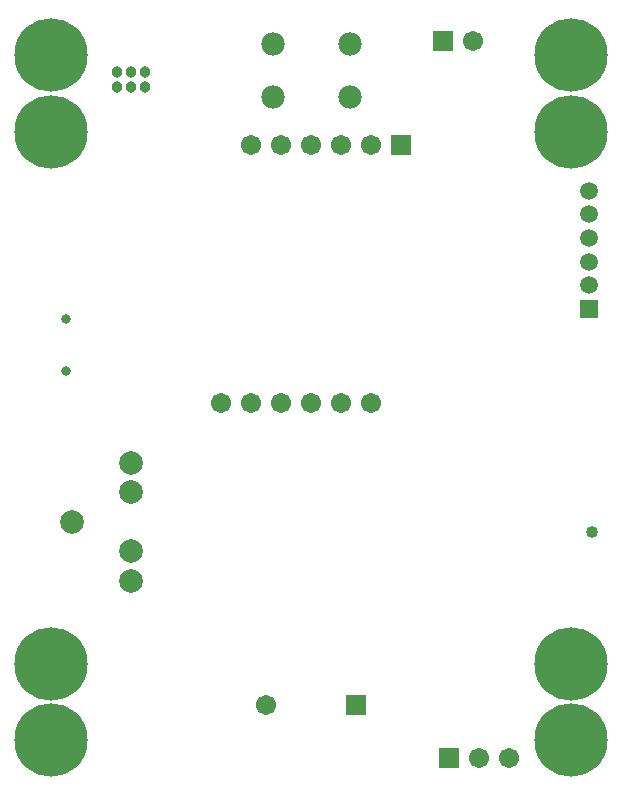
<source format=gbs>
G04 Layer_Color=16711935*
%FSTAX24Y24*%
%MOIN*%
G70*
G01*
G75*
%ADD76C,0.0671*%
%ADD77R,0.0671X0.0671*%
%ADD78R,0.0671X0.0671*%
%ADD79C,0.0592*%
%ADD80R,0.0592X0.0592*%
%ADD81C,0.0316*%
%ADD82C,0.0789*%
%ADD83C,0.0380*%
%ADD84C,0.0780*%
%ADD85C,0.0671*%
%ADD86C,0.2442*%
%ADD87C,0.0400*%
D76*
X07714Y042259D02*
D03*
X08424Y0405D02*
D03*
X08524D02*
D03*
X07564Y052329D02*
D03*
X07664D02*
D03*
X07764D02*
D03*
X07864D02*
D03*
X07964D02*
D03*
X07664Y060929D02*
D03*
X07764D02*
D03*
X07864D02*
D03*
X07964D02*
D03*
X08064D02*
D03*
X08404Y0644D02*
D03*
D77*
X08014Y042259D02*
D03*
D78*
X08324Y0405D02*
D03*
X08164Y060929D02*
D03*
X08304Y0644D02*
D03*
D79*
X087892Y059398D02*
D03*
Y05861D02*
D03*
Y057823D02*
D03*
Y056248D02*
D03*
Y057035D02*
D03*
D80*
Y055461D02*
D03*
D81*
X070451Y055133D02*
D03*
Y053401D02*
D03*
D82*
X072638Y047377D02*
D03*
Y049346D02*
D03*
Y046393D02*
D03*
Y05033D02*
D03*
X070669Y048361D02*
D03*
D83*
X07215Y06335D02*
D03*
X07263D02*
D03*
X07311D02*
D03*
X07215Y06285D02*
D03*
X07263D02*
D03*
X07311D02*
D03*
D84*
X079923Y062518D02*
D03*
X077364D02*
D03*
X079923Y06429D02*
D03*
X077364D02*
D03*
D85*
X08064Y052329D02*
D03*
D86*
X087302Y041078D02*
D03*
X069979Y041078D02*
D03*
X087302Y063913D02*
D03*
X069979D02*
D03*
X087302Y043637D02*
D03*
Y061354D02*
D03*
X069979Y043637D02*
D03*
Y061354D02*
D03*
D87*
X087994Y048013D02*
D03*
M02*

</source>
